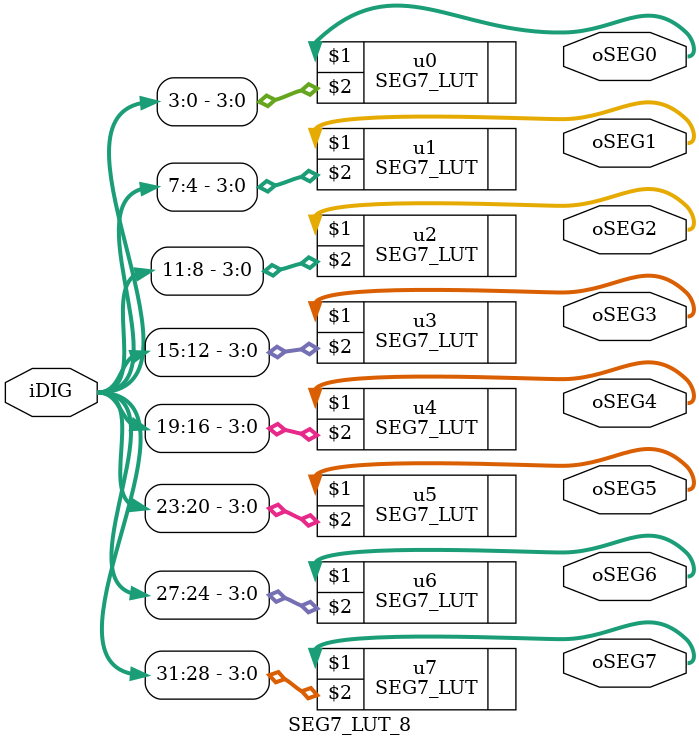
<source format=v>

module SEG7_LUT_8 (	oSEG0,oSEG1,oSEG2,oSEG3,oSEG4,oSEG5,oSEG6,oSEG7,iDIG );
input	[31:0]	iDIG;
output	[6:0]	oSEG0,oSEG1,oSEG2,oSEG3,oSEG4,oSEG5,oSEG6,oSEG7;

SEG7_LUT	u0	(	oSEG0,iDIG[3:0]		);
SEG7_LUT	u1	(	oSEG1,iDIG[7:4]		);
SEG7_LUT	u2	(	oSEG2,iDIG[11:8]	);
SEG7_LUT	u3	(	oSEG3,iDIG[15:12]	);
SEG7_LUT	u4	(	oSEG4,iDIG[19:16]	);
SEG7_LUT	u5	(	oSEG5,iDIG[23:20]	);
SEG7_LUT	u6	(	oSEG6,iDIG[27:24]	);
SEG7_LUT	u7	(	oSEG7,iDIG[31:28]	);

endmodule
</source>
